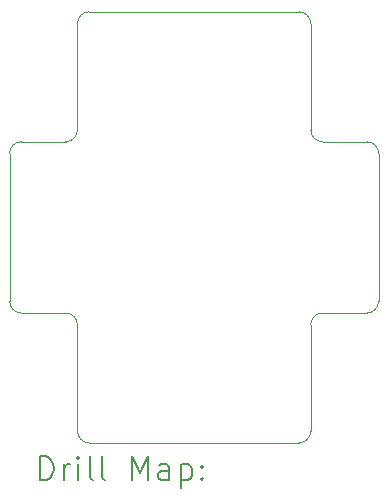
<source format=gbr>
%TF.GenerationSoftware,KiCad,Pcbnew,8.0.7*%
%TF.CreationDate,2025-04-11T02:04:04-04:00*%
%TF.ProjectId,2M_4F,324d5f34-462e-46b6-9963-61645f706362,rev?*%
%TF.SameCoordinates,Original*%
%TF.FileFunction,Drillmap*%
%TF.FilePolarity,Positive*%
%FSLAX45Y45*%
G04 Gerber Fmt 4.5, Leading zero omitted, Abs format (unit mm)*
G04 Created by KiCad (PCBNEW 8.0.7) date 2025-04-11 02:04:04*
%MOMM*%
%LPD*%
G01*
G04 APERTURE LIST*
%ADD10C,0.050000*%
%ADD11C,0.200000*%
G04 APERTURE END LIST*
D10*
X9050000Y-2600000D02*
G75*
G02*
X9150000Y-2500000I100000J0D01*
G01*
X9150000Y-6150000D02*
G75*
G02*
X9050000Y-6050000I0J100000D01*
G01*
X8475000Y-3700000D02*
G75*
G02*
X8575000Y-3600000I100000J0D01*
G01*
X9150000Y-6150000D02*
X10925000Y-6150000D01*
X8575000Y-5050000D02*
G75*
G02*
X8475000Y-4950000I0J100000D01*
G01*
X11125000Y-5050000D02*
X11500000Y-5050000D01*
X11025000Y-5150000D02*
G75*
G02*
X11125000Y-5050000I100000J0D01*
G01*
X9050000Y-3500000D02*
G75*
G02*
X8950000Y-3600000I-100000J0D01*
G01*
X9050000Y-3500000D02*
X9050000Y-2600000D01*
X11500000Y-3600000D02*
X11125000Y-3600000D01*
X8950000Y-3600000D02*
X8575000Y-3600000D01*
X11125000Y-3600000D02*
G75*
G02*
X11025000Y-3500000I0J100000D01*
G01*
X10925000Y-2500000D02*
G75*
G02*
X11025000Y-2600000I0J-100000D01*
G01*
X11500000Y-3600000D02*
G75*
G02*
X11600000Y-3700000I0J-100000D01*
G01*
X8475000Y-4950000D02*
X8475000Y-3700000D01*
X8575000Y-5050000D02*
X8950000Y-5050000D01*
X11600000Y-3700000D02*
X11600000Y-4950000D01*
X11025000Y-6050000D02*
G75*
G02*
X10925000Y-6150000I-100000J0D01*
G01*
X8950000Y-5050000D02*
G75*
G02*
X9050000Y-5150000I0J-100000D01*
G01*
X11600000Y-4950000D02*
G75*
G02*
X11500000Y-5050000I-100000J0D01*
G01*
X9150000Y-2500000D02*
X10925000Y-2500000D01*
X11025000Y-3500000D02*
X11025000Y-2600000D01*
X11025000Y-5150000D02*
X11025000Y-6050000D01*
X9050000Y-5150000D02*
X9050000Y-6050000D01*
D11*
X8733277Y-6463984D02*
X8733277Y-6263984D01*
X8733277Y-6263984D02*
X8780896Y-6263984D01*
X8780896Y-6263984D02*
X8809467Y-6273508D01*
X8809467Y-6273508D02*
X8828515Y-6292555D01*
X8828515Y-6292555D02*
X8838039Y-6311603D01*
X8838039Y-6311603D02*
X8847563Y-6349698D01*
X8847563Y-6349698D02*
X8847563Y-6378269D01*
X8847563Y-6378269D02*
X8838039Y-6416365D01*
X8838039Y-6416365D02*
X8828515Y-6435412D01*
X8828515Y-6435412D02*
X8809467Y-6454460D01*
X8809467Y-6454460D02*
X8780896Y-6463984D01*
X8780896Y-6463984D02*
X8733277Y-6463984D01*
X8933277Y-6463984D02*
X8933277Y-6330650D01*
X8933277Y-6368746D02*
X8942801Y-6349698D01*
X8942801Y-6349698D02*
X8952324Y-6340174D01*
X8952324Y-6340174D02*
X8971372Y-6330650D01*
X8971372Y-6330650D02*
X8990420Y-6330650D01*
X9057086Y-6463984D02*
X9057086Y-6330650D01*
X9057086Y-6263984D02*
X9047563Y-6273508D01*
X9047563Y-6273508D02*
X9057086Y-6283031D01*
X9057086Y-6283031D02*
X9066610Y-6273508D01*
X9066610Y-6273508D02*
X9057086Y-6263984D01*
X9057086Y-6263984D02*
X9057086Y-6283031D01*
X9180896Y-6463984D02*
X9161848Y-6454460D01*
X9161848Y-6454460D02*
X9152324Y-6435412D01*
X9152324Y-6435412D02*
X9152324Y-6263984D01*
X9285658Y-6463984D02*
X9266610Y-6454460D01*
X9266610Y-6454460D02*
X9257086Y-6435412D01*
X9257086Y-6435412D02*
X9257086Y-6263984D01*
X9514229Y-6463984D02*
X9514229Y-6263984D01*
X9514229Y-6263984D02*
X9580896Y-6406841D01*
X9580896Y-6406841D02*
X9647563Y-6263984D01*
X9647563Y-6263984D02*
X9647563Y-6463984D01*
X9828515Y-6463984D02*
X9828515Y-6359222D01*
X9828515Y-6359222D02*
X9818991Y-6340174D01*
X9818991Y-6340174D02*
X9799944Y-6330650D01*
X9799944Y-6330650D02*
X9761848Y-6330650D01*
X9761848Y-6330650D02*
X9742801Y-6340174D01*
X9828515Y-6454460D02*
X9809467Y-6463984D01*
X9809467Y-6463984D02*
X9761848Y-6463984D01*
X9761848Y-6463984D02*
X9742801Y-6454460D01*
X9742801Y-6454460D02*
X9733277Y-6435412D01*
X9733277Y-6435412D02*
X9733277Y-6416365D01*
X9733277Y-6416365D02*
X9742801Y-6397317D01*
X9742801Y-6397317D02*
X9761848Y-6387793D01*
X9761848Y-6387793D02*
X9809467Y-6387793D01*
X9809467Y-6387793D02*
X9828515Y-6378269D01*
X9923753Y-6330650D02*
X9923753Y-6530650D01*
X9923753Y-6340174D02*
X9942801Y-6330650D01*
X9942801Y-6330650D02*
X9980896Y-6330650D01*
X9980896Y-6330650D02*
X9999944Y-6340174D01*
X9999944Y-6340174D02*
X10009467Y-6349698D01*
X10009467Y-6349698D02*
X10018991Y-6368746D01*
X10018991Y-6368746D02*
X10018991Y-6425888D01*
X10018991Y-6425888D02*
X10009467Y-6444936D01*
X10009467Y-6444936D02*
X9999944Y-6454460D01*
X9999944Y-6454460D02*
X9980896Y-6463984D01*
X9980896Y-6463984D02*
X9942801Y-6463984D01*
X9942801Y-6463984D02*
X9923753Y-6454460D01*
X10104705Y-6444936D02*
X10114229Y-6454460D01*
X10114229Y-6454460D02*
X10104705Y-6463984D01*
X10104705Y-6463984D02*
X10095182Y-6454460D01*
X10095182Y-6454460D02*
X10104705Y-6444936D01*
X10104705Y-6444936D02*
X10104705Y-6463984D01*
X10104705Y-6340174D02*
X10114229Y-6349698D01*
X10114229Y-6349698D02*
X10104705Y-6359222D01*
X10104705Y-6359222D02*
X10095182Y-6349698D01*
X10095182Y-6349698D02*
X10104705Y-6340174D01*
X10104705Y-6340174D02*
X10104705Y-6359222D01*
M02*

</source>
